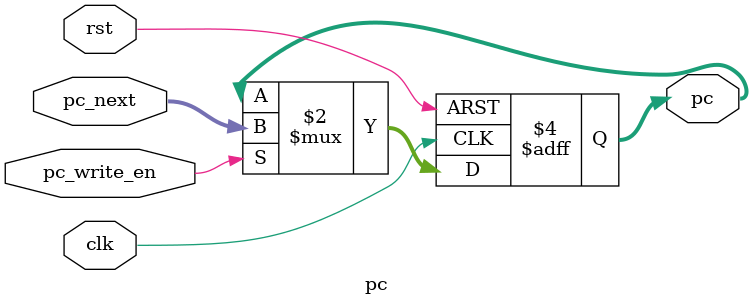
<source format=v>
`timescale 1ns / 1ps


module pc(

    input wire clk,
    input wire rst,
    input wire pc_write_en,
    input wire [31:0] pc_next,
    output reg [31:0] pc // current pc value
    );
    
    always @(posedge clk or posedge rst) begin
        if (rst)
            pc <= 32'h00000000;
         else if (pc_write_en)
            pc <= pc_next;
    end
    
endmodule

</source>
